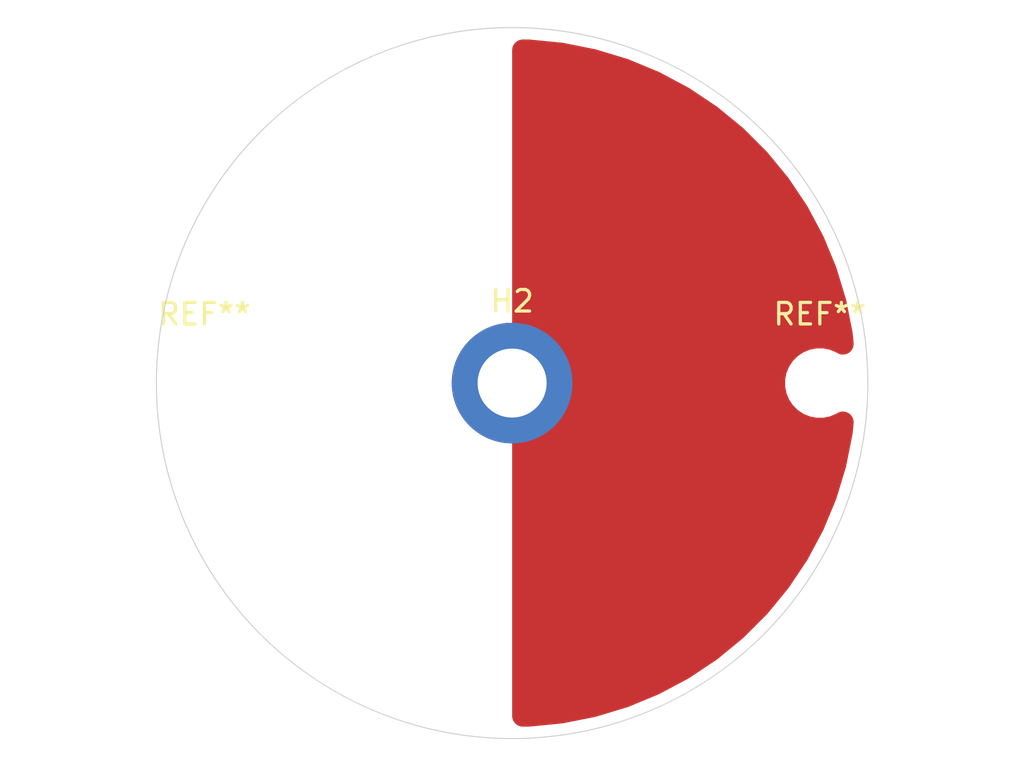
<source format=kicad_pcb>
(kicad_pcb (version 20171130) (host pcbnew 5.1.12-84ad8e8a86~92~ubuntu20.04.1)

  (general
    (thickness 1.6)
    (drawings 1)
    (tracks 0)
    (zones 0)
    (modules 3)
    (nets 2)
  )

  (page A4)
  (layers
    (0 F.Cu signal)
    (31 B.Cu signal)
    (32 B.Adhes user)
    (33 F.Adhes user)
    (34 B.Paste user)
    (35 F.Paste user)
    (36 B.SilkS user)
    (37 F.SilkS user)
    (38 B.Mask user)
    (39 F.Mask user)
    (40 Dwgs.User user)
    (41 Cmts.User user)
    (42 Eco1.User user)
    (43 Eco2.User user)
    (44 Edge.Cuts user)
    (45 Margin user)
    (46 B.CrtYd user)
    (47 F.CrtYd user)
    (48 B.Fab user)
    (49 F.Fab user)
  )

  (setup
    (last_trace_width 0.25)
    (trace_clearance 0.2)
    (zone_clearance 0.508)
    (zone_45_only no)
    (trace_min 0.2)
    (via_size 0.8)
    (via_drill 0.4)
    (via_min_size 0.4)
    (via_min_drill 0.3)
    (uvia_size 0.3)
    (uvia_drill 0.1)
    (uvias_allowed no)
    (uvia_min_size 0.2)
    (uvia_min_drill 0.1)
    (edge_width 0.05)
    (segment_width 0.2)
    (pcb_text_width 0.3)
    (pcb_text_size 1.5 1.5)
    (mod_edge_width 0.12)
    (mod_text_size 1 1)
    (mod_text_width 0.15)
    (pad_size 1.524 1.524)
    (pad_drill 0.762)
    (pad_to_mask_clearance 0)
    (aux_axis_origin 0 0)
    (visible_elements FFFFFF7F)
    (pcbplotparams
      (layerselection 0x010fc_ffffffff)
      (usegerberextensions false)
      (usegerberattributes true)
      (usegerberadvancedattributes true)
      (creategerberjobfile true)
      (excludeedgelayer true)
      (linewidth 0.100000)
      (plotframeref false)
      (viasonmask false)
      (mode 1)
      (useauxorigin false)
      (hpglpennumber 1)
      (hpglpenspeed 20)
      (hpglpendiameter 15.000000)
      (psnegative false)
      (psa4output false)
      (plotreference true)
      (plotvalue true)
      (plotinvisibletext false)
      (padsonsilk false)
      (subtractmaskfromsilk false)
      (outputformat 1)
      (mirror false)
      (drillshape 1)
      (scaleselection 1)
      (outputdirectory ""))
  )

  (net 0 "")
  (net 1 GND)

  (net_class Default "This is the default net class."
    (clearance 0.2)
    (trace_width 0.25)
    (via_dia 0.8)
    (via_drill 0.4)
    (uvia_dia 0.3)
    (uvia_drill 0.1)
    (add_net GND)
  )

  (module MountingHole:MountingHole_2.2mm_M2 (layer F.Cu) (tedit 56D1B4CB) (tstamp 61E39D0C)
    (at 192.0724 88.9)
    (descr "Mounting Hole 2.2mm, no annular, M2")
    (tags "mounting hole 2.2mm no annular m2")
    (attr virtual)
    (fp_text reference REF** (at 0 -3.2) (layer F.SilkS)
      (effects (font (size 1 1) (thickness 0.15)))
    )
    (fp_text value MountingHole_2.2mm_M2 (at 0 3.2) (layer F.Fab)
      (effects (font (size 1 1) (thickness 0.15)))
    )
    (fp_text user %R (at 2.8424 0) (layer F.Fab)
      (effects (font (size 1 1) (thickness 0.15)))
    )
    (fp_circle (center 0 0) (end 2.2 0) (layer Cmts.User) (width 0.15))
    (fp_circle (center 0 0) (end 2.45 0) (layer F.CrtYd) (width 0.05))
    (pad 1 np_thru_hole circle (at 0 0) (size 2.2 2.2) (drill 2.2) (layers *.Cu *.Mask))
  )

  (module MountingHole:MountingHole_2.2mm_M2 (layer F.Cu) (tedit 56D1B4CB) (tstamp 61E39CEF)
    (at 163.5276 88.9)
    (descr "Mounting Hole 2.2mm, no annular, M2")
    (tags "mounting hole 2.2mm no annular m2")
    (attr virtual)
    (fp_text reference REF** (at 0 -3.2) (layer F.SilkS)
      (effects (font (size 1 1) (thickness 0.15)))
    )
    (fp_text value MountingHole_2.2mm_M2 (at 0 3.2) (layer F.Fab)
      (effects (font (size 1 1) (thickness 0.15)))
    )
    (fp_text user %R (at 0.3 0) (layer F.Fab)
      (effects (font (size 1 1) (thickness 0.15)))
    )
    (fp_circle (center 0 0) (end 2.2 0) (layer Cmts.User) (width 0.15))
    (fp_circle (center 0 0) (end 2.45 0) (layer F.CrtYd) (width 0.05))
    (pad 1 np_thru_hole circle (at 0 0) (size 2.2 2.2) (drill 2.2) (layers *.Cu *.Mask))
  )

  (module MountingHole:MountingHole_3.2mm_M3_DIN965_Pad_TopBottom (layer F.Cu) (tedit 56D1B4CB) (tstamp 61E39B6B)
    (at 177.8 88.9)
    (descr "Mounting Hole 3.2mm, M3, DIN965")
    (tags "mounting hole 3.2mm m3 din965")
    (path /61E358B3)
    (attr virtual)
    (fp_text reference H2 (at 0 -3.8) (layer F.SilkS)
      (effects (font (size 1 1) (thickness 0.15)))
    )
    (fp_text value MountingHole_Pad (at 0 3.8) (layer F.Fab)
      (effects (font (size 1 1) (thickness 0.15)))
    )
    (fp_text user %R (at 0.3 0) (layer F.Fab)
      (effects (font (size 1 1) (thickness 0.15)))
    )
    (fp_circle (center 0 0) (end 2.8 0) (layer Cmts.User) (width 0.15))
    (fp_circle (center 0 0) (end 3.05 0) (layer F.CrtYd) (width 0.05))
    (pad 1 connect circle (at 0 0) (size 5.6 5.6) (layers B.Cu B.Mask)
      (net 1 GND))
    (pad 1 connect circle (at 0 0) (size 5.6 5.6) (layers F.Cu F.Mask)
      (net 1 GND))
    (pad 1 thru_hole circle (at 0 0) (size 3.6 3.6) (drill 3.2) (layers *.Cu *.Mask)
      (net 1 GND))
  )

  (gr_circle (center 177.8 88.9) (end 194.3 88.9) (layer Edge.Cuts) (width 0.05))

  (zone (net 1) (net_name GND) (layer F.Cu) (tstamp 0) (hatch edge 0.508)
    (connect_pads yes (clearance 0.508))
    (min_thickness 1)
    (fill yes (arc_segments 32) (thermal_gap 0.508) (thermal_bridge_width 2))
    (polygon
      (pts
        (xy 195.58 106.68) (xy 177.8 106.68) (xy 177.8 71.12) (xy 195.58 71.12)
      )
    )
    (filled_polygon
      (pts
        (xy 180.06948 73.600407) (xy 181.558174 73.896527) (xy 183.010675 74.337138) (xy 184.412995 74.917998) (xy 185.751627 75.633512)
        (xy 187.013681 76.476789) (xy 188.187002 77.439709) (xy 189.260291 78.512998) (xy 190.223211 79.686319) (xy 191.066488 80.948373)
        (xy 191.782002 82.287005) (xy 192.362862 83.689325) (xy 192.803473 85.141826) (xy 193.099593 86.63052) (xy 193.143932 87.080704)
        (xy 193.070913 87.031914) (xy 192.687281 86.873009) (xy 192.28002 86.792) (xy 191.86478 86.792) (xy 191.457519 86.873009)
        (xy 191.073887 87.031914) (xy 190.728628 87.262609) (xy 190.435009 87.556228) (xy 190.204314 87.901487) (xy 190.045409 88.285119)
        (xy 189.9644 88.69238) (xy 189.9644 89.10762) (xy 190.045409 89.514881) (xy 190.204314 89.898513) (xy 190.435009 90.243772)
        (xy 190.728628 90.537391) (xy 191.073887 90.768086) (xy 191.457519 90.926991) (xy 191.86478 91.008) (xy 192.28002 91.008)
        (xy 192.687281 90.926991) (xy 193.070913 90.768086) (xy 193.143932 90.719296) (xy 193.099593 91.16948) (xy 192.803473 92.658174)
        (xy 192.362862 94.110675) (xy 191.782002 95.512995) (xy 191.066488 96.851627) (xy 190.223211 98.113681) (xy 189.260291 99.287002)
        (xy 188.187002 100.360291) (xy 187.013681 101.323211) (xy 185.751627 102.166488) (xy 184.412995 102.882002) (xy 183.010675 103.462862)
        (xy 181.558174 103.903473) (xy 180.06948 104.199593) (xy 178.55893 104.348369) (xy 178.3 104.348369) (xy 178.3 73.451631)
        (xy 178.55893 73.451631)
      )
    )
  )
)

</source>
